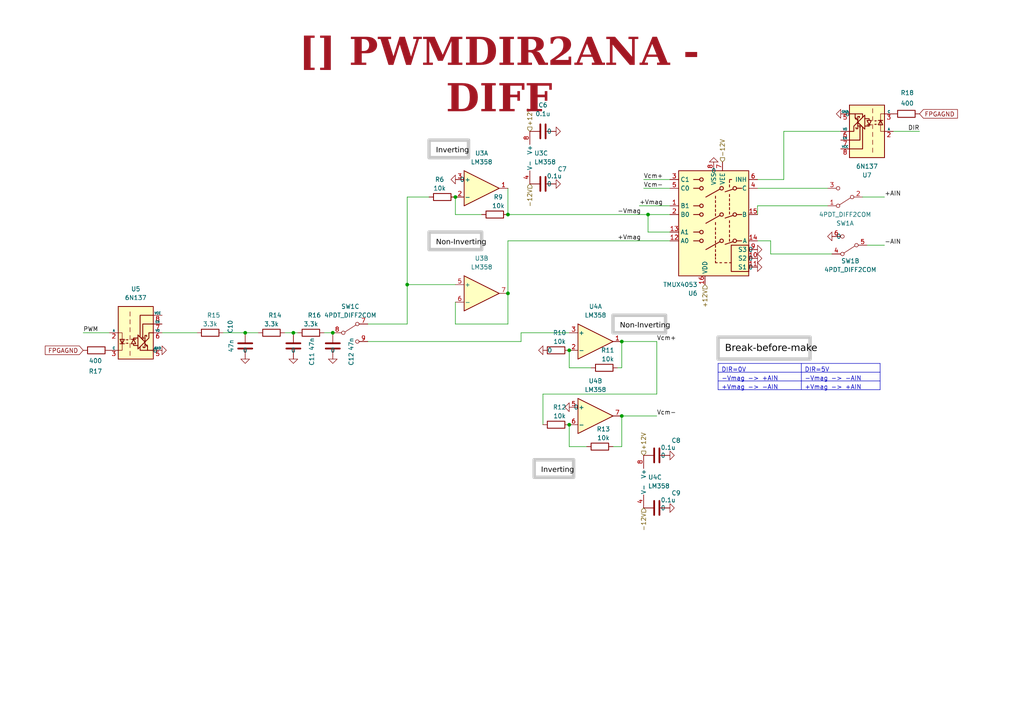
<source format=kicad_sch>
(kicad_sch (version 20250114) (generator "eeschema") (generator_version "9.0")
  (paper "A4")
  (title_block (title "PWMDIR2ANA - DIFF") (date "Last Modified Date") (rev "${REVISION}") (company "${COMPANY}") (comment 8 "PWMDIR2ANA"))
  (lib_symbols
    (symbol "Amplifier_Operational:LM358" (pin_names (offset 0.127))
      (property "Reference" "U" (at 0 5.08 0))
      (property "Value" "LM358" (at 0 -5.08 0))
      (symbol "LM358_1_1"
        (polyline (pts (xy -5.08 5.08) (xy 5.08 0) (xy -5.08 -5.08) (xy -5.08 5.08)) (stroke (width 0.254)) (fill (type background)))
        (pin input line (at -7.62 2.54 0) (length 2.54) (name "+") (number "3"))
        (pin input line (at -7.62 -2.54 0) (length 2.54) (name "-") (number "2"))
        (pin output line (at 7.62 0 180) (length 2.54) (name "~") (number "1"))
      )
      (symbol "LM358_2_1"
        (polyline (pts (xy -5.08 5.08) (xy 5.08 0) (xy -5.08 -5.08) (xy -5.08 5.08)) (stroke (width 0.254)) (fill (type background)))
        (pin input line (at -7.62 2.54 0) (length 2.54) (name "+") (number "5"))
        (pin input line (at -7.62 -2.54 0) (length 2.54) (name "-") (number "6"))
        (pin output line (at 7.62 0 180) (length 2.54) (name "~") (number "7"))
      )
      (symbol "LM358_3_1"
        (pin power_in line (at -2.54 7.62 270) (length 3.81) (name "V+") (number "8"))
        (pin power_in line (at -2.54 -7.62 90) (length 3.81) (name "V-") (number "4"))
      )
    )
    (symbol "Analog_Switch:CD4053B"
      (property "Reference" "U6" (at 4.6833 20.32 0))
      (property "Value" "TMUX4053" (at 4.6833 17.78 0))
      (symbol "CD4053B_0_1"
        (rectangle (start -10.16 15.24) (end 10.16 -15.24) (stroke (width 0.254)) (fill (type background)))
        (rectangle (start -10.16 6.35) (end -5.08 13.97) (stroke (width 0.254)))
        (polyline (pts (xy -8.128 5.08) (xy -6.604 5.08)) (stroke (width 0.254)))
        (polyline (pts (xy -8.128 -2.54) (xy -6.604 -2.54)) (stroke (width 0.254)))
        (polyline (pts (xy -8.128 -10.16) (xy -6.604 -10.16)) (stroke (width 0.254)))
        (circle (center -6.096 5.08) (radius 0.508) (stroke (width 0.254)))
        (circle (center -6.096 -2.54) (radius 0.508) (stroke (width 0.254)))
        (circle (center -6.096 -10.16) (radius 0.508) (stroke (width 0.254)))
        (polyline (pts (xy -5.588 5.334) (xy -3.302 6.096)) (stroke (width 0.254)))
        (polyline (pts (xy -5.588 -2.286) (xy -3.302 -1.524)) (stroke (width 0.254)))
        (polyline (pts (xy -5.588 -9.906) (xy -3.302 -9.144)) (stroke (width 0.254)))
        (polyline (pts (xy -4.572 11.43) (xy -5.08 11.43)) (stroke (width 0.254)))
        (polyline (pts (xy -4.572 4.572) (xy -4.572 5.207)) (stroke (width 0.254)))
        (polyline (pts (xy -4.572 3.302) (xy -4.572 3.937)) (stroke (width 0.254)))
        (polyline (pts (xy -4.572 2.032) (xy -4.572 2.667)) (stroke (width 0.254)))
        (polyline (pts (xy -4.572 0.508) (xy -4.572 1.143)) (stroke (width 0.254)))
        (polyline (pts (xy -4.572 -0.762) (xy -4.572 -0.127)) (stroke (width 0.254)))
        (polyline (pts (xy -4.572 -3.302) (xy -4.572 -2.667)) (stroke (width 0.254)))
        (polyline (pts (xy -4.572 -4.572) (xy -4.572 -3.937)) (stroke (width 0.254)))
        (polyline (pts (xy -4.572 -5.842) (xy -4.572 -5.207)) (stroke (width 0.254)))
        (polyline (pts (xy -4.572 -7.112) (xy -4.572 -6.477)) (stroke (width 0.254)))
        (polyline (pts (xy -4.572 -8.382) (xy -4.572 -7.747)) (stroke (width 0.254)))
        (polyline (pts (xy -4.572 -11.176) (xy -4.572 -10.541)) (stroke (width 0.254)))
        (polyline (pts (xy -4.572 -12.446) (xy -4.572 -11.811)) (stroke (width 0.254)))
        (polyline (pts (xy -4.572 -12.7) (xy -5.207 -12.7)) (stroke (width 0.254)))
        (polyline (pts (xy -3.81 11.43) (xy -3.175 11.43)) (stroke (width 0.254)))
        (circle (center -2.286 5.08) (radius 0.508) (stroke (width 0.254)))
        (circle (center -2.286 -2.54) (radius 0.508) (stroke (width 0.254)))
        (circle (center -2.286 -10.16) (radius 0.508) (stroke (width 0.254)))
        (polyline (pts (xy -1.778 11.43) (xy -2.286 11.43)) (stroke (width 0.254)))
        (polyline (pts (xy -1.778 5.334) (xy 2.286 7.62)) (stroke (width 0.254)))
        (polyline (pts (xy -1.778 -2.286) (xy 2.286 0)) (stroke (width 0.254)))
        (polyline (pts (xy -1.778 -9.906) (xy 2.286 -7.62)) (stroke (width 0.254)))
        (polyline (pts (xy -0.508 11.43) (xy -1.016 11.43)) (stroke (width 0.254)))
        (polyline (pts (xy -0.508 10.922) (xy -0.508 11.43)) (stroke (width 0.254)))
        (polyline (pts (xy -0.508 9.906) (xy -0.508 10.414)) (stroke (width 0.254)))
        (polyline (pts (xy -0.508 8.89) (xy -0.508 9.525)) (stroke (width 0.254)))
        (polyline (pts (xy -0.508 8.89) (xy -0.508 9.398)) (stroke (width 0.254)))
        (polyline (pts (xy -0.508 7.62) (xy -0.508 8.255)) (stroke (width 0.254)))
        (polyline (pts (xy -0.508 6.35) (xy -0.508 6.985)) (stroke (width 0.254)))
        (polyline (pts (xy -0.508 5.08) (xy -0.508 5.715)) (stroke (width 0.254)))
        (polyline (pts (xy -0.508 3.81) (xy -0.508 4.445)) (stroke (width 0.254)))
        (polyline (pts (xy -0.508 2.54) (xy -0.508 3.175)) (stroke (width 0.254)))
        (polyline (pts (xy -0.508 1.27) (xy -0.508 1.905)) (stroke (width 0.254)))
        (polyline (pts (xy -0.508 -0.254) (xy -0.508 0.381)) (stroke (width 0.254)))
        (polyline (pts (xy -0.508 -2.794) (xy -0.508 -2.159)) (stroke (width 0.254)))
        (polyline (pts (xy -0.508 -4.064) (xy -0.508 -3.429)) (stroke (width 0.254)))
        (polyline (pts (xy -0.508 -5.334) (xy -0.508 -4.699)) (stroke (width 0.254)))
        (polyline (pts (xy -0.508 -6.604) (xy -0.508 -5.969)) (stroke (width 0.254)))
        (polyline (pts (xy -0.508 -7.874) (xy -0.508 -7.239)) (stroke (width 0.254)))
        (circle (center 3.556 5.08) (radius 0.508) (stroke (width 0.254)))
        (circle (center 3.556 2.54) (radius 0.508) (stroke (width 0.254)))
        (circle (center 3.556 -2.54) (radius 0.508) (stroke (width 0.254)))
        (circle (center 3.556 -5.08) (radius 0.508) (stroke (width 0.254)))
        (circle (center 3.556 -10.16) (radius 0.508) (stroke (width 0.254)))
        (circle (center 3.556 -12.7) (radius 0.508) (stroke (width 0.254)))
        (polyline (pts (xy 4.064 5.08) (xy 5.842 5.08)) (stroke (width 0.254)))
        (polyline (pts (xy 4.064 2.54) (xy 5.842 2.54)) (stroke (width 0.254)))
        (polyline (pts (xy 4.064 -2.54) (xy 5.842 -2.54)) (stroke (width 0.254)))
        (polyline (pts (xy 4.064 -5.08) (xy 5.842 -5.08)) (stroke (width 0.254)))
        (polyline (pts (xy 4.064 -10.16) (xy 5.842 -10.16)) (stroke (width 0.254)))
        (polyline (pts (xy 4.064 -12.7) (xy 5.842 -12.7)) (stroke (width 0.254)))
      )
      (symbol "CD4053B_1_1"
        (pin input line (at -12.7 12.7 0) (length 2.54) (name "S1") (number "11"))
        (pin input line (at -12.7 10.16 0) (length 2.54) (name "S2") (number "10"))
        (pin input line (at -12.7 7.62 0) (length 2.54) (name "S3") (number "9"))
        (pin bidirectional line (at -12.7 5.08 0) (length 2.54) (name "A") (number "14"))
        (pin bidirectional line (at -12.7 -2.54 0) (length 2.54) (name "B") (number "15"))
        (pin bidirectional line (at -12.7 -10.16 0) (length 2.54) (name "C") (number "4"))
        (pin input line (at -12.7 -12.7 0) (length 2.54) (name "INH") (number "6"))
        (pin power_in line (at -2.54 -17.78 90) (length 2.54) (name "VEE") (number "7"))
        (pin power_in line (at 0 -17.78 90) (length 2.54) (name "VSS") (number "8"))
        (pin power_in line (at 2.54 17.78 270) (length 2.54) (name "VDD") (number "16"))
        (pin bidirectional line (at 12.7 5.08 180) (length 2.54) (name "A0") (number "12"))
        (pin bidirectional line (at 12.7 2.54 180) (length 2.54) (name "A1") (number "13"))
        (pin bidirectional line (at 12.7 -2.54 180) (length 2.54) (name "B0") (number "2"))
        (pin bidirectional line (at 12.7 -5.08 180) (length 2.54) (name "B1") (number "1"))
        (pin bidirectional line (at 12.7 -10.16 180) (length 2.54) (name "C0") (number "5"))
        (pin bidirectional line (at 12.7 -12.7 180) (length 2.54) (name "C1") (number "3"))
      )
    )
    (symbol "Device:C" (pin_numbers (hide yes)) (pin_names (offset 0.254))
      (property "Reference" "C" (at 0.635 2.54 0))
      (property "Value" "C" (at 0.635 -2.54 0))
      (symbol "C_0_1"
        (polyline (pts (xy -2.032 0.762) (xy 2.032 0.762)) (stroke (width 0.508)))
        (polyline (pts (xy -2.032 -0.762) (xy 2.032 -0.762)) (stroke (width 0.508)))
      )
      (symbol "C_1_1"
        (pin passive line (at 0 3.81 270) (length 2.794) (name "~") (number "1"))
        (pin passive line (at 0 -3.81 90) (length 2.794) (name "~") (number "2"))
      )
    )
    (symbol "Device:R" (pin_numbers (hide yes)) (pin_names (offset 0))
      (property "Reference" "R" (at 2.032 0 90))
      (property "Value" "R" (at 0 0 90))
      (symbol "R_0_1"
        (rectangle (start -1.016 -2.54) (end 1.016 2.54) (stroke (width 0.254)))
      )
      (symbol "R_1_1"
        (pin passive line (at 0 3.81 270) (length 1.27) (name "~") (number "1"))
        (pin passive line (at 0 -3.81 90) (length 1.27) (name "~") (number "2"))
      )
    )
    (symbol "Isolator:6N137" (pin_names (offset 0))
      (property "Reference" "U" (at -4.064 8.89 0))
      (property "Value" "6N137" (at 0 -8.89 0))
      (symbol "6N137_0_1"
        (polyline (pts (xy -5.08 -5.08) (xy -3.937 -5.08) (xy -3.937 0) (xy -5.08 0)))
        (polyline (pts (xy -0.635 -1.905) (xy -0.635 -1.524) (xy 0.508 -1.524)) (stroke (width 0.254)))
        (polyline (pts (xy -0.635 -3.302) (xy -0.635 -3.683) (xy 0.635 -3.683)) (stroke (width 0.254)))
        (polyline (pts (xy 1.27 -1.27) (xy 1.27 5.08) (xy 5.08 5.08)) (stroke (width 0.254)))
        (polyline (pts (xy 1.27 -4.064) (xy 1.27 -5.08) (xy 5.08 -5.08)) (stroke (width 0.254)))
        (polyline (pts (xy 2.032 -1.27) (xy 2.032 2.54) (xy 5.08 2.54)) (stroke (width 0.254)))
        (circle (center 2.032 -1.524) (radius 0.254) (stroke (width 0.254)))
        (polyline (pts (xy 2.667 -1.778) (xy 2.667 -0.762) (xy 3.175 -0.762) (xy 3.175 -1.143)) (stroke (width 0.254)))
        (polyline (pts (xy 2.667 -2.159) (xy 2.667 -2.921)) (stroke (width 0.254)))
        (polyline (pts (xy 2.667 -2.667) (xy 0.635 -4.699) (xy 0.635 -0.635) (xy 2.667 -2.667)) (stroke (width 0.254)))
        (polyline (pts (xy 2.667 -3.175) (xy 3.429 -3.937) (xy 3.302 -3.556) (xy 3.048 -3.81) (xy 3.429 -3.937)) (stroke (width 0.254)))
        (polyline (pts (xy 2.667 -3.302) (xy 2.667 -4.318) (xy 2.159 -4.318) (xy 2.159 -3.937)) (stroke (width 0.254)))
        (polyline (pts (xy 2.667 -3.556) (xy 2.667 -1.651)) (stroke (width 0.254)))
        (polyline (pts (xy 2.794 -2.54) (xy 3.81 -1.524) (xy 3.81 0) (xy 5.08 0)) (stroke (width 0.254)))
        (polyline (pts (xy 3.429 -3.937) (xy 3.429 -5.08)) (stroke (width 0.254)))
      )
      (symbol "6N137_1_1"
        (rectangle (start -5.08 7.62) (end 5.08 -7.62) (stroke (width 0.254)) (fill (type background)))
        (polyline (pts (xy -4.572 -3.175) (xy -3.302 -3.175)) (stroke (width 0.254)))
        (polyline (pts (xy -3.937 -3.175) (xy -4.572 -1.905) (xy -3.302 -1.905) (xy -3.937 -3.175)) (stroke (width 0.254)))
        (polyline (pts (xy -2.921 -2.032) (xy -2.159 -2.032) (xy -2.54 -2.159) (xy -2.54 -1.905) (xy -2.159 -2.032)) (stroke (width 0.127)))
        (polyline (pts (xy -2.921 -3.048) (xy -2.159 -3.048) (xy -2.54 -3.175) (xy -2.54 -2.921) (xy -2.159 -3.048)) (stroke (width 0.127)))
        (polyline (pts (xy -1.651 6.096) (xy -1.651 4.826)))
        (polyline (pts (xy -1.651 3.81) (xy -1.651 2.54)))
        (polyline (pts (xy -1.651 1.524) (xy -1.651 0.254)))
        (polyline (pts (xy -1.651 -0.762) (xy -1.651 -2.032)))
        (polyline (pts (xy -1.651 -3.048) (xy -1.651 -4.318)))
        (polyline (pts (xy -1.651 -5.334) (xy -1.651 -6.604)))
        (polyline (pts (xy -1.27 -1.905) (xy 0 -1.905)) (stroke (width 0.254)))
        (polyline (pts (xy -0.635 -1.905) (xy -1.27 -3.175) (xy 0 -3.175) (xy -0.635 -1.905)) (stroke (width 0.254)))
        (pin passive line (at -7.62 0 0) (length 2.54) (name "A") (number "2"))
        (pin passive line (at -7.62 -5.08 0) (length 2.54) (name "C") (number "3"))
        (pin no_connect line (at -5.08 5.08 0) (length 2.54) (hide yes) (name "NC") (number "1"))
        (pin power_in line (at 7.62 5.08 180) (length 2.54) (name "VCC") (number "8"))
        (pin input line (at 7.62 2.54 180) (length 2.54) (name "EN") (number "7"))
        (pin open_collector line (at 7.62 0 180) (length 2.54) (name "VO") (number "6"))
        (pin power_in line (at 7.62 -5.08 180) (length 2.54) (name "GND") (number "5"))
      )
    )
    (symbol "SW_DPDT_x2_1" (pin_names (offset 0) (hide yes))
      (property "Reference" "SW1" (at 0 7.62 0))
      (property "Value" "4PDT_DIFF2COM" (at 0 5.08 0))
      (symbol "SW_DPDT_x2_1_0_0"
        (circle (center -2.032 0) (radius 0.508))
        (circle (center 2.032 -2.54) (radius 0.508))
      )
      (symbol "SW_DPDT_x2_1_0_1"
        (polyline (pts (xy -1.524 0.254) (xy 1.651 2.286)))
        (circle (center 2.032 2.54) (radius 0.508))
      )
      (symbol "SW_DPDT_x2_1_1_1"
        (pin passive line (at -5.08 0 0) (length 2.54) (name "B") (number "2"))
        (pin passive line (at 5.08 2.54 180) (length 2.54) (name "A") (number "1"))
        (pin passive line (at 5.08 -2.54 180) (length 2.54) (name "C") (number "3"))
      )
      (symbol "SW_DPDT_x2_1_2_1"
        (pin passive line (at -5.08 0 0) (length 2.54) (name "B") (number "5"))
        (pin passive line (at 5.08 2.54 180) (length 2.54) (name "A") (number "4"))
        (pin passive line (at 5.08 -2.54 180) (length 2.54) (name "C") (number "6"))
      )
      (symbol "SW_DPDT_x2_1_3_1"
        (pin passive line (at -5.08 0 0) (length 2.54) (name "B") (number "8"))
        (pin passive line (at 5.08 2.54 180) (length 2.54) (name "A") (number "7"))
        (pin passive line (at 5.08 -2.54 180) (length 2.54) (name "C") (number "9"))
      )
      (symbol "SW_DPDT_x2_1_4_1"
        (pin passive line (at -5.08 0 0) (length 2.54) (name "B") (number "11"))
        (pin passive line (at 5.08 2.54 180) (length 2.54) (name "A") (number "10"))
        (pin passive line (at 5.08 -2.54 180) (length 2.54) (name "C") (number "12"))
      )
    )
    (symbol "Simulation_SPICE:0" (power) (pin_names (offset 0))
      (property "Value" "0" (at 0 -1.778 0))
      (symbol "0_0_1"
        (polyline (pts (xy -1.27 0) (xy 0 -1.27) (xy 1.27 0) (xy -1.27 0)))
      )
      (symbol "0_1_1"
        (pin power_in line (at 0 0 0) (length 0) (hide yes) (name "0") (number "1"))
      )
    )
    (symbol "Switch:SW_DPDT_x2" (pin_names (offset 0) (hide yes))
      (property "Reference" "SW1" (at 0 7.62 0))
      (property "Value" "4PDT_DIFF2COM" (at 0 5.08 0))
      (symbol "SW_DPDT_x2_0_0"
        (circle (center -2.032 0) (radius 0.508))
        (circle (center 2.032 -2.54) (radius 0.508))
      )
      (symbol "SW_DPDT_x2_0_1"
        (polyline (pts (xy -1.524 0.254) (xy 1.651 2.286)))
        (circle (center 2.032 2.54) (radius 0.508))
      )
      (symbol "SW_DPDT_x2_1_1"
        (pin passive line (at -5.08 0 0) (length 2.54) (name "B") (number "2"))
        (pin passive line (at 5.08 2.54 180) (length 2.54) (name "A") (number "1"))
        (pin passive line (at 5.08 -2.54 180) (length 2.54) (name "C") (number "3"))
      )
      (symbol "SW_DPDT_x2_2_1"
        (pin passive line (at -5.08 0 0) (length 2.54) (name "B") (number "5"))
        (pin passive line (at 5.08 2.54 180) (length 2.54) (name "A") (number "4"))
        (pin passive line (at 5.08 -2.54 180) (length 2.54) (name "C") (number "6"))
      )
      (symbol "SW_DPDT_x2_3_1"
        (pin passive line (at -5.08 0 0) (length 2.54) (name "B") (number "8"))
        (pin passive line (at 5.08 2.54 180) (length 2.54) (name "A") (number "7"))
        (pin passive line (at 5.08 -2.54 180) (length 2.54) (name "C") (number "9"))
      )
      (symbol "SW_DPDT_x2_4_1"
        (pin passive line (at -5.08 0 0) (length 2.54) (name "B") (number "11"))
        (pin passive line (at 5.08 2.54 180) (length 2.54) (name "A") (number "10"))
        (pin passive line (at 5.08 -2.54 180) (length 2.54) (name "C") (number "12"))
      )
    )
  )
  (text_box "Non-Inverting\n" (at 124.46 67.31 0) (size 15.24 5.08) (margins 2 2 2 2) (stroke (width 1) (color 200 200 200 1)) (effects (font (size 1.524 1.524)) (justify left top)))
  (text_box "Break-before-make" (at 208.28 97.79 0) (size 26.67 6.35) (margins 2 2 2 2) (stroke (width 1) (color 200 200 200 1)) (effects (font (size 2 2)) (justify left top)))
  (text_box "[${#}] ${TITLE}" (at 64.77 17.78 0) (size 160.02 8.89) (margins 5.9999 5.9999 5.9999 5.9999) (stroke (width -0.0001)) (effects (font (size 8 8) (thickness 1.2) (bold yes))))
  (text_box "Non-Inverting\n" (at 177.8 91.44 0) (size 15.24 5.08) (margins 2 2 2 2) (stroke (width 1) (color 200 200 200 1)) (effects (font (size 1.524 1.524)) (justify left top)))
  (text_box "Inverting\n" (at 124.46 40.64 0) (size 11.43 5.08) (margins 2 2 2 2) (stroke (width 1) (color 200 200 200 1)) (effects (font (size 1.524 1.524)) (justify left top)))
  (text_box "Inverting\n" (at 154.94 133.35 0) (size 11.43 5.08) (margins 2 2 2 2) (stroke (width 1) (color 200 200 200 1)) (effects (font (size 1.524 1.524)) (justify left top)))
  (junction (at 165.1 101.6))
  (junction (at 180.34 120.65))
  (junction (at 180.34 99.06))
  (junction (at 187.96 62.23))
  (junction (at 165.1 123.19))
  (junction (at 147.32 62.23))
  (junction (at 96.52 96.52))
  (junction (at 118.11 82.55))
  (junction (at 71.12 96.52))
  (junction (at 132.08 57.15))
  (junction (at 85.09 96.52))
  (junction (at 147.32 85.09))
  (wire (pts (xy 186.69 54.61) (xy 194.31 54.61)))
  (wire (pts (xy 185.42 59.69) (xy 194.31 59.69)))
  (wire (pts (xy 190.5 114.3) (xy 157.48 114.3)))
  (wire (pts (xy 106.68 99.06) (xy 151.13 99.06)))
  (wire (pts (xy 132.08 93.98) (xy 147.32 93.98)))
  (wire (pts (xy 147.32 93.98) (xy 147.32 85.09)))
  (wire (pts (xy 165.1 129.54) (xy 165.1 123.19)))
  (wire (pts (xy 179.07 106.68) (xy 180.34 106.68)))
  (wire (pts (xy 227.33 38.1) (xy 243.84 38.1)))
  (wire (pts (xy 190.5 99.06) (xy 190.5 114.3)))
  (wire (pts (xy 118.11 93.98) (xy 118.11 82.55)))
  (wire (pts (xy 71.12 96.52) (xy 74.93 96.52)))
  (wire (pts (xy 219.71 59.69) (xy 219.71 62.23)))
  (wire (pts (xy 251.46 71.12) (xy 256.54 71.12)))
  (wire (pts (xy 106.68 93.98) (xy 118.11 93.98)))
  (wire (pts (xy 118.11 57.15) (xy 124.46 57.15)))
  (wire (pts (xy 180.34 120.65) (xy 190.5 120.65)))
  (wire (pts (xy 170.18 129.54) (xy 165.1 129.54)))
  (wire (pts (xy 180.34 120.65) (xy 180.34 129.54)))
  (wire (pts (xy 157.48 114.3) (xy 157.48 123.19)))
  (wire (pts (xy 219.71 54.61) (xy 240.03 54.61)))
  (wire (pts (xy 24.13 96.52) (xy 31.75 96.52)))
  (wire (pts (xy 187.96 62.23) (xy 194.31 62.23)))
  (wire (pts (xy 151.13 96.52) (xy 165.1 96.52)))
  (wire (pts (xy 147.32 85.09) (xy 147.32 69.85)))
  (wire (pts (xy 86.36 96.52) (xy 85.09 96.52)))
  (wire (pts (xy 227.33 52.07) (xy 227.33 38.1)))
  (wire (pts (xy 187.96 67.31) (xy 194.31 67.31)))
  (wire (pts (xy 186.69 52.07) (xy 194.31 52.07)))
  (wire (pts (xy 165.1 106.68) (xy 165.1 101.6)))
  (wire (pts (xy 180.34 99.06) (xy 190.5 99.06)))
  (wire (pts (xy 187.96 62.23) (xy 187.96 67.31)))
  (wire (pts (xy 266.7 38.1) (xy 259.08 38.1)))
  (wire (pts (xy 139.7 62.23) (xy 132.08 62.23)))
  (wire (pts (xy 132.08 62.23) (xy 132.08 57.15)))
  (wire (pts (xy 180.34 106.68) (xy 180.34 99.06)))
  (wire (pts (xy 132.08 87.63) (xy 132.08 93.98)))
  (wire (pts (xy 219.71 59.69) (xy 240.03 59.69)))
  (wire (pts (xy 64.77 96.52) (xy 71.12 96.52)))
  (wire (pts (xy 151.13 99.06) (xy 151.13 96.52)))
  (wire (pts (xy 118.11 82.55) (xy 132.08 82.55)))
  (wire (pts (xy 147.32 69.85) (xy 194.31 69.85)))
  (wire (pts (xy 46.99 96.52) (xy 57.15 96.52)))
  (wire (pts (xy 96.52 96.52) (xy 93.98 96.52)))
  (wire (pts (xy 147.32 54.61) (xy 147.32 62.23)))
  (wire (pts (xy 180.34 129.54) (xy 177.8 129.54)))
  (wire (pts (xy 85.09 96.52) (xy 82.55 96.52)))
  (wire (pts (xy 223.52 69.85) (xy 223.52 73.66)))
  (wire (pts (xy 118.11 57.15) (xy 118.11 82.55)))
  (wire (pts (xy 147.32 62.23) (xy 187.96 62.23)))
  (wire (pts (xy 171.45 106.68) (xy 165.1 106.68)))
  (wire (pts (xy 219.71 69.85) (xy 223.52 69.85)))
  (wire (pts (xy 219.71 52.07) (xy 227.33 52.07)))
  (wire (pts (xy 250.19 57.15) (xy 256.54 57.15)))
  (wire (pts (xy 223.52 73.66) (xy 241.3 73.66)))
  (table (column_count 2) (border (external yes) (header yes)) (separators (rows yes) (cols yes)) (column_widths 24.13 22.86) (row_heights 2.54 2.54 2.54) (cells (table_cell "DIR=0V" (at 208.28 105.41 0) (size 24.13 2.54) (margins 0.9525 0.9525 0.9525 0.9525) (span 1 1)) (table_cell "DIR=5V" (at 232.41 105.41 0) (size 22.86 2.54) (margins 0.9525 0.9525 0.9525 0.9525) (span 1 1)) (table_cell "-Vmag -> +AIN" (at 208.28 107.95 0) (size 24.13 2.54) (margins 0.9525 0.9525 0.9525 0.9525) (span 1 1)) (table_cell "-Vmag -> -AIN" (at 232.41 107.95 0) (size 22.86 2.54) (margins 0.9525 0.9525 0.9525 0.9525) (span 1 1)) (table_cell "+Vmag -> -AIN" (at 208.28 110.49 0) (size 24.13 2.54) (margins 0.9525 0.9525 0.9525 0.9525) (span 1 1)) (table_cell "+Vmag -> +AIN" (at 232.41 110.49 0) (size 22.86 2.54) (margins 0.9525 0.9525 0.9525 0.9525) (span 1 1))))
  (label "PWM" (at 24.13 96.52 0))
  (label "Vcm-" (at 186.69 54.61 0))
  (label "+Vmag" (at 179.07 69.85 0))
  (label "+AIN" (at 256.54 57.15 0))
  (label "DIR" (at 266.7 38.1 180))
  (label "Vcm+" (at 190.5 99.06 0))
  (label "+Vmag" (at 185.42 59.69 0))
  (label "Vcm+" (at 186.69 52.07 0))
  (label "Vcm-" (at 190.5 120.65 0))
  (label "-Vmag" (at 179.07 62.23 0))
  (label "-AIN" (at 256.54 71.12 0))
  (global_label "FPGAGND" (shape input) (at 24.13 101.6 180) (property "Intersheetrefs" "${INTERSHEET_REFS}" (effects (hide yes))))
  (global_label "FPGAGND" (shape input) (at 266.7 33.02 0) (property "Intersheetrefs" "${INTERSHEET_REFS}" (effects (hide yes))))
  (hierarchical_label "+12V" (shape input) (at 186.69 132.08 90))
  (hierarchical_label "-12V" (shape input) (at 186.69 147.32 270))
  (hierarchical_label "+12V" (shape input) (at 153.67 38.1 90))
  (hierarchical_label "-12V" (shape input) (at 209.55 46.99 90))
  (hierarchical_label "-12V" (shape input) (at 153.67 53.34 270))
  (hierarchical_label "+12V" (shape input) (at 204.47 82.55 270))
  (symbol (lib_id "Device:R") (at 161.29 101.6 90) (unit 1)
    (property "Reference" "R10" (at 162.306 96.52 90))
    (property "Value" "10k" (at 162.306 99.06 90))
    (property "Description" "Resistor" (effects (hide yes)))
  )
  (symbol (lib_id "Simulation_SPICE:0") (at 161.29 38.1 90) (unit 1)
    (property "Reference" "#GND011" (effects (hide yes)))
    (property "Value" "0" (at 160.02 38.0999 90) (effects (justify left)))
    (property "Description" "0V reference potential for simulation" (effects (hide yes)))
  )
  (symbol (lib_id "Simulation_SPICE:0") (at 161.29 53.34 90) (unit 1)
    (property "Reference" "#GND012" (effects (hide yes)))
    (property "Value" "0" (at 160.02 53.3399 90) (effects (justify left)))
    (property "Description" "0V reference potential for simulation" (effects (hide yes)))
  )
  (symbol (lib_id "Device:R") (at 175.26 106.68 90) (unit 1)
    (property "Reference" "R11" (at 176.276 101.6 90))
    (property "Value" "10k" (at 176.276 104.14 90))
    (property "Description" "Resistor" (effects (hide yes)))
  )
  (symbol (lib_id "Device:R") (at 143.51 62.23 90) (unit 1)
    (property "Reference" "R9" (at 144.526 57.15 90))
    (property "Value" "10k" (at 144.526 59.69 90))
    (property "Description" "Resistor" (effects (hide yes)))
  )
  (symbol (lib_id "Amplifier_Operational:LM358") (at 189.23 139.7 0) (unit 3)
    (property "Reference" "U4" (at 187.96 138.4299 0) (effects (justify left)))
    (property "Value" "LM358" (at 187.96 140.9699 0) (effects (justify left)))
    (property "Datasheet" "http://www.ti.com/lit/ds/symlink/lm2904-n.pdf" (effects (hide yes)))
    (property "Description" "Low-Power, Dual Operational Amplifiers, DIP-8/SOIC-8/TO-99-8" (effects (hide yes)))
  )
  (symbol (lib_id "Simulation_SPICE:0") (at 207.01 46.99 180) (unit 1)
    (property "Reference" "#GND09" (effects (hide yes)))
    (property "Value" "0" (at 207.01 49.53 0))
    (property "Description" "0V reference potential for simulation" (effects (hide yes)))
  )
  (symbol (lib_name "SW_DPDT_x2_1") (lib_id "Switch:SW_DPDT_x2") (at 246.38 71.12 180) (unit 2)
    (property "Reference" "SW1" (at 246.634 75.692 0))
    (property "Value" "4PDT_DIFF2COM" (at 246.634 78.232 0))
    (property "Description" "Switch, dual pole double throw, separate symbols" (effects (hide yes)))
  )
  (symbol (lib_name "SW_DPDT_x2_1") (lib_id "Switch:SW_DPDT_x2") (at 101.6 96.52 0) (unit 3)
    (property "Reference" "SW1" (at 101.6 88.9 0))
    (property "Value" "4PDT_DIFF2COM" (at 101.6 91.44 0))
    (property "Description" "Switch, dual pole double throw, separate symbols" (effects (hide yes)))
  )
  (symbol (lib_id "Analog_Switch:CD4053B") (at 207.01 64.77 180) (unit 1)
    (property "Reference" "U6" (at 202.3267 85.09 0) (effects (justify left)))
    (property "Value" "TMUX4053" (at 202.3267 82.55 0) (effects (justify left)))
    (property "Datasheet" "http://www.ti.com/lit/ds/symlink/cd4052b.pdf" (effects (hide yes)))
    (property "Description" "CMOS triple 2-channel analog multiplexer/demultiplexer, TSSOP-16/DIP-16/SOIC-16" (effects (hide yes)))
  )
  (symbol (lib_id "Simulation_SPICE:0") (at 165.1 118.11 270) (unit 1)
    (property "Reference" "#GND014" (effects (hide yes)))
    (property "Value" "0" (at 166.37 118.1099 90) (effects (justify left)))
    (property "Description" "0V reference potential for simulation" (effects (hide yes)))
  )
  (symbol (lib_id "Switch:SW_DPDT_x2") (at 245.11 57.15 180) (unit 1)
    (property "Reference" "SW1" (at 245.11 64.77 0))
    (property "Value" "4PDT_DIFF2COM" (at 245.11 62.23 0))
    (property "Description" "Switch, dual pole double throw, separate symbols" (effects (hide yes)))
  )
  (symbol (lib_id "Device:R") (at 78.74 96.52 90) (unit 1)
    (property "Reference" "R14" (at 79.756 91.44 90))
    (property "Value" "3.3k" (at 78.74 93.98 90))
    (property "Description" "Resistor" (effects (hide yes)))
  )
  (symbol (lib_id "Device:R") (at 262.89 33.02 270) (unit 1)
    (property "Reference" "R18" (at 263.144 26.924 90))
    (property "Value" "400" (at 263.144 29.972 90))
    (property "Description" "Resistor" (effects (hide yes)))
  )
  (symbol (lib_id "Isolator:6N137") (at 251.46 38.1 180) (unit 1)
    (property "Reference" "U7" (at 251.46 50.8 0))
    (property "Value" "6N137" (at 251.46 48.26 0))
    (property "Footprint" "Package_DIP:DIP-8_W7.62mm" (effects (hide yes)))
    (property "Datasheet" "https://docs.broadcom.com/docs/AV02-0940EN" (effects (hide yes)))
    (property "Description" "Single High Speed LSTTL/TTL Compatible Optocoupler with enable, dV/dt 1000/us, VCM 10, max 7V VCC, DIP-8" (effects (hide yes)))
  )
  (symbol (lib_id "Simulation_SPICE:0") (at 194.31 132.08 90) (unit 1)
    (property "Reference" "#GND016" (effects (hide yes)))
    (property "Value" "0" (at 193.04 132.0799 90) (effects (justify left)))
    (property "Description" "0V reference potential for simulation" (effects (hide yes)))
  )
  (symbol (lib_id "Simulation_SPICE:0") (at 132.08 52.07 270) (unit 1)
    (property "Reference" "#GND010" (effects (hide yes)))
    (property "Value" "0" (at 133.35 52.0699 90) (effects (justify left)))
    (property "Description" "0V reference potential for simulation" (effects (hide yes)))
  )
  (symbol (lib_id "Simulation_SPICE:0") (at 157.48 101.6 270) (unit 1)
    (property "Reference" "#GND013" (effects (hide yes)))
    (property "Value" "0" (at 158.75 101.5999 90) (effects (justify left)))
    (property "Description" "0V reference potential for simulation" (effects (hide yes)))
  )
  (symbol (lib_id "Simulation_SPICE:0") (at 194.31 147.32 90) (unit 1)
    (property "Reference" "#GND017" (effects (hide yes)))
    (property "Value" "0" (at 193.04 147.3199 90) (effects (justify left)))
    (property "Description" "0V reference potential for simulation" (effects (hide yes)))
  )
  (symbol (lib_id "Simulation_SPICE:0") (at 219.71 74.93 90) (unit 1)
    (property "Reference" "#GND03" (effects (hide yes)))
    (property "Value" "0" (at 218.44 74.9301 90) (effects (justify left)))
    (property "Description" "0V reference potential for simulation" (effects (hide yes)))
  )
  (symbol (lib_id "Amplifier_Operational:LM358") (at 156.21 45.72 0) (unit 3)
    (property "Reference" "U3" (at 154.94 44.4499 0) (effects (justify left)))
    (property "Value" "LM358" (at 154.94 46.9899 0) (effects (justify left)))
    (property "Datasheet" "http://www.ti.com/lit/ds/symlink/lm2904-n.pdf" (effects (hide yes)))
    (property "Description" "Low-Power, Dual Operational Amplifiers, DIP-8/SOIC-8/TO-99-8" (effects (hide yes)))
  )
  (symbol (lib_id "Amplifier_Operational:LM358") (at 172.72 99.06 0) (unit 1)
    (property "Reference" "U4" (at 172.72 88.9 0))
    (property "Value" "LM358" (at 172.72 91.44 0))
    (property "Datasheet" "http://www.ti.com/lit/ds/symlink/lm2904-n.pdf" (effects (hide yes)))
    (property "Description" "Low-Power, Dual Operational Amplifiers, DIP-8/SOIC-8/TO-99-8" (effects (hide yes)))
  )
  (symbol (lib_id "Amplifier_Operational:LM358") (at 172.72 120.65 0) (unit 2)
    (property "Reference" "U4" (at 172.72 110.49 0))
    (property "Value" "LM358" (at 172.72 113.03 0))
    (property "Datasheet" "http://www.ti.com/lit/ds/symlink/lm2904-n.pdf" (effects (hide yes)))
    (property "Description" "Low-Power, Dual Operational Amplifiers, DIP-8/SOIC-8/TO-99-8" (effects (hide yes)))
  )
  (symbol (lib_id "Device:C") (at 190.5 147.32 90) (unit 1)
    (property "Reference" "C9" (at 196.088 143.002 90))
    (property "Value" "0.1u" (at 193.802 145.034 90))
    (property "Description" "Unpolarized capacitor" (effects (hide yes)))
  )
  (symbol (lib_id "Simulation_SPICE:0") (at 71.12 104.14 0) (unit 1)
    (property "Reference" "#GND018" (effects (hide yes)))
    (property "Value" "0" (at 71.12 101.6 0))
    (property "Description" "0V reference potential for simulation" (effects (hide yes)))
  )
  (symbol (lib_id "Amplifier_Operational:LM358") (at 139.7 85.09 0) (unit 2)
    (property "Reference" "U3" (at 139.7 74.93 0))
    (property "Value" "LM358" (at 139.7 77.47 0))
    (property "Datasheet" "http://www.ti.com/lit/ds/symlink/lm2904-n.pdf" (effects (hide yes)))
    (property "Description" "Low-Power, Dual Operational Amplifiers, DIP-8/SOIC-8/TO-99-8" (effects (hide yes)))
  )
  (symbol (lib_id "Device:C") (at 157.48 38.1 90) (unit 1)
    (property "Reference" "C6" (at 157.48 30.48 90))
    (property "Value" "0.1u" (at 157.48 33.02 90))
    (property "Description" "Unpolarized capacitor" (effects (hide yes)))
  )
  (symbol (lib_id "Simulation_SPICE:0") (at 243.84 33.02 270) (unit 1)
    (property "Reference" "#GND022" (effects (hide yes)))
    (property "Value" "0" (at 245.11 33.0201 90) (effects (justify left)))
    (property "Description" "0V reference potential for simulation" (effects (hide yes)))
  )
  (symbol (lib_id "Device:C") (at 190.5 132.08 90) (unit 1)
    (property "Reference" "C8" (at 196.088 127.762 90))
    (property "Value" "0.1u" (at 193.802 129.794 90))
    (property "Description" "Unpolarized capacitor" (effects (hide yes)))
  )
  (symbol (lib_id "Device:R") (at 90.17 96.52 90) (unit 1)
    (property "Reference" "R16" (at 91.186 91.44 90))
    (property "Value" "3.3k" (at 90.17 93.98 90))
    (property "Description" "Resistor" (effects (hide yes)))
  )
  (symbol (lib_id "Isolator:6N137") (at 39.37 96.52 0) (unit 1)
    (property "Reference" "U5" (at 39.37 83.82 0))
    (property "Value" "6N137" (at 39.37 86.36 0))
    (property "Footprint" "Package_DIP:DIP-8_W7.62mm" (effects (hide yes)))
    (property "Datasheet" "https://docs.broadcom.com/docs/AV02-0940EN" (effects (hide yes)))
    (property "Description" "Single High Speed LSTTL/TTL Compatible Optocoupler with enable, dV/dt 1000/us, VCM 10, max 7V VCC, DIP-8" (effects (hide yes)))
  )
  (symbol (lib_id "Simulation_SPICE:0") (at 219.71 72.39 90) (unit 1)
    (property "Reference" "#GND08" (effects (hide yes)))
    (property "Value" "0" (at 218.44 72.3901 90) (effects (justify left)))
    (property "Description" "0V reference potential for simulation" (effects (hide yes)))
  )
  (symbol (lib_id "Device:C") (at 85.09 100.33 180) (unit 1)
    (property "Reference" "C11" (at 90.424 104.14 90))
    (property "Value" "47n" (at 90.424 99.822 90))
    (property "Description" "Unpolarized capacitor" (effects (hide yes)))
  )
  (symbol (lib_id "Simulation_SPICE:0") (at 96.52 104.14 0) (unit 1)
    (property "Reference" "#GND021" (effects (hide yes)))
    (property "Value" "0" (at 96.52 101.6 0))
    (property "Description" "0V reference potential for simulation" (effects (hide yes)))
  )
  (symbol (lib_id "Device:R") (at 27.94 101.6 90) (unit 1)
    (property "Reference" "R17" (at 27.686 107.696 90))
    (property "Value" "400" (at 27.686 104.648 90))
    (property "Description" "Resistor" (effects (hide yes)))
  )
  (symbol (lib_id "Device:R") (at 60.96 96.52 90) (unit 1)
    (property "Reference" "R15" (at 61.976 91.44 90))
    (property "Value" "3.3k" (at 60.96 93.98 90))
    (property "Description" "Resistor" (effects (hide yes)))
  )
  (symbol (lib_id "Device:C") (at 71.12 100.33 180) (unit 1)
    (property "Reference" "C10" (at 66.802 94.742 90))
    (property "Value" "47n" (at 67.056 100.33 90))
    (property "Description" "Unpolarized capacitor" (effects (hide yes)))
  )
  (symbol (lib_id "Amplifier_Operational:LM358") (at 139.7 54.61 0) (unit 1)
    (property "Reference" "U3" (at 139.7 44.45 0))
    (property "Value" "LM358" (at 139.7 46.99 0))
    (property "Datasheet" "http://www.ti.com/lit/ds/symlink/lm2904-n.pdf" (effects (hide yes)))
    (property "Description" "Low-Power, Dual Operational Amplifiers, DIP-8/SOIC-8/TO-99-8" (effects (hide yes)))
  )
  (symbol (lib_id "Device:R") (at 161.29 123.19 90) (unit 1)
    (property "Reference" "R12" (at 162.306 118.11 90))
    (property "Value" "10k" (at 162.306 120.65 90))
    (property "Description" "Resistor" (effects (hide yes)))
  )
  (symbol (lib_id "Simulation_SPICE:0") (at 241.3 68.58 270) (unit 1)
    (property "Reference" "#GND015" (effects (hide yes)))
    (property "Value" "0" (at 242.57 68.5799 90) (effects (justify left)))
    (property "Description" "0V reference potential for simulation" (effects (hide yes)))
  )
  (symbol (lib_id "Device:C") (at 96.52 100.33 180) (unit 1)
    (property "Reference" "C12" (at 101.854 104.14 90))
    (property "Value" "47n" (at 101.854 99.822 90))
    (property "Description" "Unpolarized capacitor" (effects (hide yes)))
  )
  (symbol (lib_id "Device:R") (at 173.99 129.54 90) (unit 1)
    (property "Reference" "R13" (at 175.006 124.46 90))
    (property "Value" "10k" (at 175.006 127 90))
    (property "Description" "Resistor" (effects (hide yes)))
  )
  (symbol (lib_id "Device:R") (at 128.27 57.15 90) (unit 1)
    (property "Reference" "R6" (at 127.508 52.07 90))
    (property "Value" "10k" (at 127.508 54.61 90))
    (property "Description" "Resistor" (effects (hide yes)))
  )
  (symbol (lib_id "Simulation_SPICE:0") (at 85.09 104.14 0) (unit 1)
    (property "Reference" "#GND019" (effects (hide yes)))
    (property "Value" "0" (at 85.09 101.6 0))
    (property "Description" "0V reference potential for simulation" (effects (hide yes)))
  )
  (symbol (lib_id "Device:C") (at 157.48 53.34 90) (unit 1)
    (property "Reference" "C7" (at 163.068 49.022 90))
    (property "Value" "0.1u" (at 160.782 51.054 90))
    (property "Description" "Unpolarized capacitor" (effects (hide yes)))
  )
  (symbol (lib_id "Simulation_SPICE:0") (at 46.99 101.6 90) (unit 1)
    (property "Reference" "#GND020" (effects (hide yes)))
    (property "Value" "0" (at 45.72 101.5999 90) (effects (justify left)))
    (property "Description" "0V reference potential for simulation" (effects (hide yes)))
  )
  (symbol (lib_id "Simulation_SPICE:0") (at 219.71 77.47 90) (unit 1)
    (property "Reference" "#GND01" (effects (hide yes)))
    (property "Value" "0" (at 218.44 77.4701 90) (effects (justify left)))
    (property "Description" "0V reference potential for simulation" (effects (hide yes)))
  )
)
</source>
